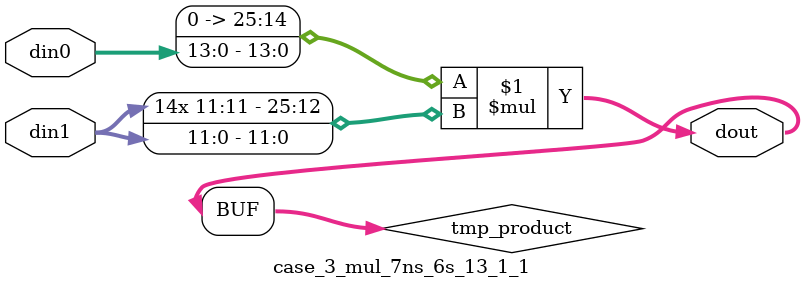
<source format=v>

`timescale 1 ns / 1 ps

 (* use_dsp = "no" *)  module case_3_mul_7ns_6s_13_1_1(din0, din1, dout);
parameter ID = 1;
parameter NUM_STAGE = 0;
parameter din0_WIDTH = 14;
parameter din1_WIDTH = 12;
parameter dout_WIDTH = 26;

input [din0_WIDTH - 1 : 0] din0; 
input [din1_WIDTH - 1 : 0] din1; 
output [dout_WIDTH - 1 : 0] dout;

wire signed [dout_WIDTH - 1 : 0] tmp_product;

























assign tmp_product = $signed({1'b0, din0}) * $signed(din1);










assign dout = tmp_product;





















endmodule

</source>
